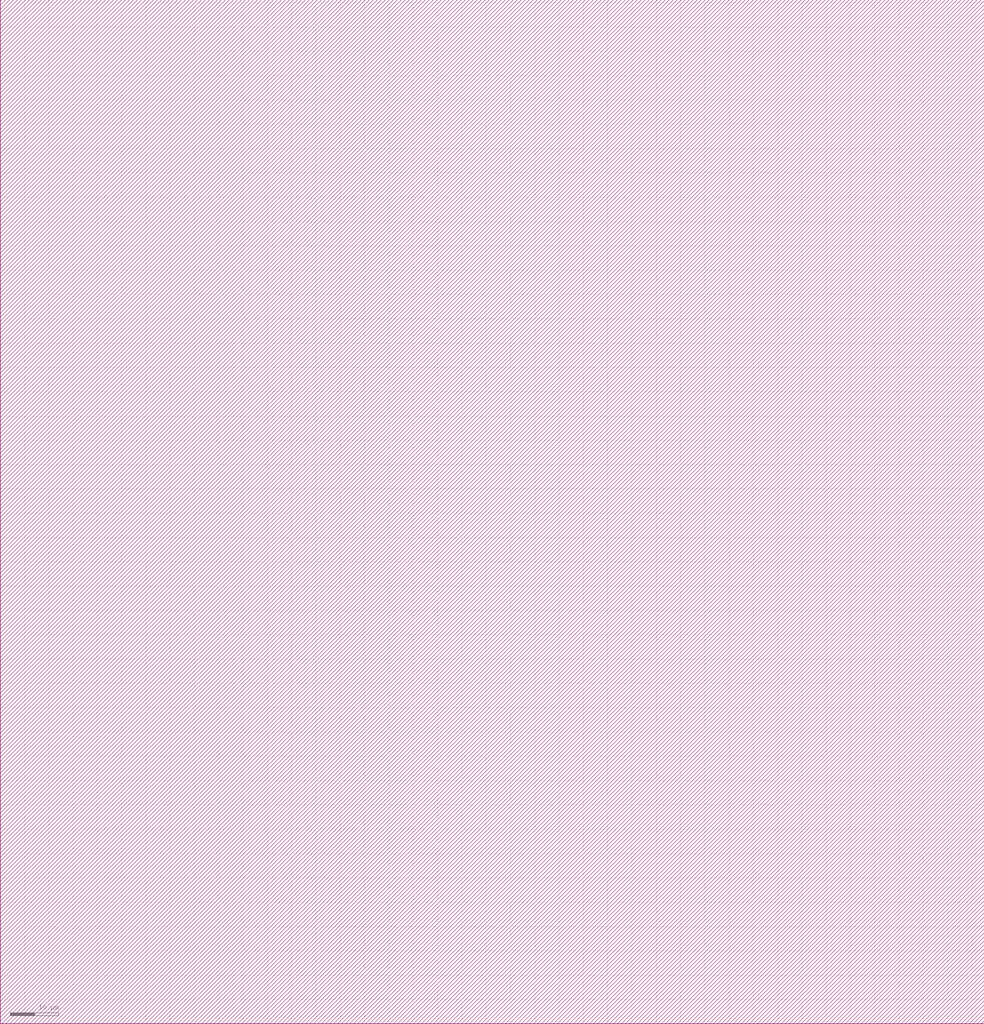
<source format=lef>
VERSION 5.6 ;

BUSBITCHARS "[]" ;

DIVIDERCHAR "/" ;

UNITS
    DATABASE MICRONS 1000 ;
END UNITS

MANUFACTURINGGRID 0.005000 ; 

CLEARANCEMEASURE EUCLIDEAN ; 

USEMINSPACING OBS ON ; 

SITE CoreSite
    CLASS CORE ;
    SIZE 0.540000 BY 0.900000 ;
END CoreSite

LAYER m1
   TYPE ROUTING ;
   DIRECTION VERTICAL ;
   MINWIDTH 0.270000 ;
   WIDTH 0.270000 ;
   SPACINGTABLE
      PARALLELRUNLENGTH 0.0
      WIDTH 0.0 0.270000 ;
   PITCH 0.540000 0.540000 ;
END m1

LAYER v1
    TYPE CUT ;
    SPACING 0.270000 ;
    WIDTH 0.270000 ;
    ENCLOSURE ABOVE 0.090000 0.090000 ;
    ENCLOSURE BELOW 0.090000 0.090000 ;
END v1

LAYER m2
   TYPE ROUTING ;
   DIRECTION HORIZONTAL ;
   MINWIDTH 0.450000 ;
   WIDTH 0.450000 ;
   SPACINGTABLE
      PARALLELRUNLENGTH 0.0
      WIDTH 0.0 0.450000 ;
   PITCH 0.900000 0.900000 ;
END m2

LAYER v2
    TYPE CUT ;
    SPACING 0.270000 ;
    WIDTH 0.270000 ;
    ENCLOSURE ABOVE 0.090000 0.090000 ;
    ENCLOSURE BELOW 0.090000 0.090000 ;
END v2

LAYER m3
   TYPE ROUTING ;
   DIRECTION VERTICAL ;
   MINWIDTH 0.450000 ;
   WIDTH 0.450000 ;
   SPACINGTABLE
      PARALLELRUNLENGTH 0.0
      WIDTH 0.0 0.450000 ;
   PITCH 0.900000 0.900000 ;
END m3

LAYER v3
    TYPE CUT ;
    SPACING 0.270000 ;
    WIDTH 0.270000 ;
    ENCLOSURE ABOVE 0.090000 0.090000 ;
    ENCLOSURE BELOW 0.090000 0.090000 ;
END v3

LAYER m4
   TYPE ROUTING ;
   DIRECTION HORIZONTAL ;
   MINWIDTH 0.450000 ;
   WIDTH 0.450000 ;
   SPACINGTABLE
      PARALLELRUNLENGTH 0.0
      WIDTH 0.0 0.450000 ;
   PITCH 0.900000 0.900000 ;
END m4

LAYER v4
    TYPE CUT ;
    SPACING 0.270000 ;
    WIDTH 0.270000 ;
    ENCLOSURE ABOVE 0.090000 0.090000 ;
    ENCLOSURE BELOW 0.090000 0.090000 ;
END v4

LAYER m5
   TYPE ROUTING ;
   DIRECTION VERTICAL ;
   MINWIDTH 0.450000 ;
   WIDTH 0.450000 ;
   SPACINGTABLE
      PARALLELRUNLENGTH 0.0
      WIDTH 0.0 0.450000 ;
   PITCH 0.900000 0.900000 ;
END m5

LAYER v5
    TYPE CUT ;
    SPACING 0.270000 ;
    WIDTH 0.270000 ;
    ENCLOSURE ABOVE 0.090000 0.090000 ;
    ENCLOSURE BELOW 0.090000 0.090000 ;
END v5

LAYER m6
   TYPE ROUTING ;
   DIRECTION HORIZONTAL ;
   MINWIDTH 0.450000 ;
   WIDTH 0.450000 ;
   SPACINGTABLE
      PARALLELRUNLENGTH 0.0
      WIDTH 0.0 0.450000 ;
   PITCH 0.900000 0.900000 ;
END m6

LAYER OVERLAP
   TYPE OVERLAP ;
END OVERLAP

VIA v1_C DEFAULT
   LAYER m1 ;
     RECT -0.225000 -0.225000 0.225000 0.225000 ;
   LAYER v1 ;
     RECT -0.135000 -0.135000 0.135000 0.135000 ;
   LAYER m2 ;
     RECT -0.225000 -0.225000 0.225000 0.225000 ;
END v1_C

VIA v1_Ch
   LAYER m1 ;
     RECT -0.225000 -0.225000 0.225000 0.225000 ;
   LAYER v1 ;
     RECT -0.135000 -0.135000 0.135000 0.135000 ;
   LAYER m2 ;
     RECT -0.225000 -0.225000 0.225000 0.225000 ;
END v1_Ch

VIA v1_Cv
   LAYER m1 ;
     RECT -0.225000 -0.225000 0.225000 0.225000 ;
   LAYER v1 ;
     RECT -0.135000 -0.135000 0.135000 0.135000 ;
   LAYER m2 ;
     RECT -0.225000 -0.225000 0.225000 0.225000 ;
END v1_Cv

VIA v2_C DEFAULT
   LAYER m2 ;
     RECT -0.225000 -0.225000 0.225000 0.225000 ;
   LAYER v2 ;
     RECT -0.135000 -0.135000 0.135000 0.135000 ;
   LAYER m3 ;
     RECT -0.225000 -0.225000 0.225000 0.225000 ;
END v2_C

VIA v2_Ch
   LAYER m2 ;
     RECT -0.225000 -0.225000 0.225000 0.225000 ;
   LAYER v2 ;
     RECT -0.135000 -0.135000 0.135000 0.135000 ;
   LAYER m3 ;
     RECT -0.225000 -0.225000 0.225000 0.225000 ;
END v2_Ch

VIA v2_Cv
   LAYER m2 ;
     RECT -0.225000 -0.225000 0.225000 0.225000 ;
   LAYER v2 ;
     RECT -0.135000 -0.135000 0.135000 0.135000 ;
   LAYER m3 ;
     RECT -0.225000 -0.225000 0.225000 0.225000 ;
END v2_Cv

VIA v3_C DEFAULT
   LAYER m3 ;
     RECT -0.225000 -0.225000 0.225000 0.225000 ;
   LAYER v3 ;
     RECT -0.135000 -0.135000 0.135000 0.135000 ;
   LAYER m4 ;
     RECT -0.225000 -0.225000 0.225000 0.225000 ;
END v3_C

VIA v3_Ch
   LAYER m3 ;
     RECT -0.225000 -0.225000 0.225000 0.225000 ;
   LAYER v3 ;
     RECT -0.135000 -0.135000 0.135000 0.135000 ;
   LAYER m4 ;
     RECT -0.225000 -0.225000 0.225000 0.225000 ;
END v3_Ch

VIA v3_Cv
   LAYER m3 ;
     RECT -0.225000 -0.225000 0.225000 0.225000 ;
   LAYER v3 ;
     RECT -0.135000 -0.135000 0.135000 0.135000 ;
   LAYER m4 ;
     RECT -0.225000 -0.225000 0.225000 0.225000 ;
END v3_Cv

VIA v4_C DEFAULT
   LAYER m4 ;
     RECT -0.225000 -0.225000 0.225000 0.225000 ;
   LAYER v4 ;
     RECT -0.135000 -0.135000 0.135000 0.135000 ;
   LAYER m5 ;
     RECT -0.225000 -0.225000 0.225000 0.225000 ;
END v4_C

VIA v4_Ch
   LAYER m4 ;
     RECT -0.225000 -0.225000 0.225000 0.225000 ;
   LAYER v4 ;
     RECT -0.135000 -0.135000 0.135000 0.135000 ;
   LAYER m5 ;
     RECT -0.225000 -0.225000 0.225000 0.225000 ;
END v4_Ch

VIA v4_Cv
   LAYER m4 ;
     RECT -0.225000 -0.225000 0.225000 0.225000 ;
   LAYER v4 ;
     RECT -0.135000 -0.135000 0.135000 0.135000 ;
   LAYER m5 ;
     RECT -0.225000 -0.225000 0.225000 0.225000 ;
END v4_Cv

VIA v5_C DEFAULT
   LAYER m5 ;
     RECT -0.225000 -0.225000 0.225000 0.225000 ;
   LAYER v5 ;
     RECT -0.135000 -0.135000 0.135000 0.135000 ;
   LAYER m6 ;
     RECT -0.225000 -0.225000 0.225000 0.225000 ;
END v5_C

VIA v5_Ch
   LAYER m5 ;
     RECT -0.225000 -0.225000 0.225000 0.225000 ;
   LAYER v5 ;
     RECT -0.135000 -0.135000 0.135000 0.135000 ;
   LAYER m6 ;
     RECT -0.225000 -0.225000 0.225000 0.225000 ;
END v5_Ch

VIA v5_Cv
   LAYER m5 ;
     RECT -0.225000 -0.225000 0.225000 0.225000 ;
   LAYER v5 ;
     RECT -0.135000 -0.135000 0.135000 0.135000 ;
   LAYER m6 ;
     RECT -0.225000 -0.225000 0.225000 0.225000 ;
END v5_Cv

MACRO _0_0std_0_0cells_0_0NOR2X1
    CLASS CORE ;
    FOREIGN _0_0std_0_0cells_0_0NOR2X1 0.000000 0.000000 ;
    ORIGIN 0.000000 0.000000 ;
    SIZE 2.700000 BY 7.200000 ;
    SYMMETRY X Y ;
    SITE CoreSite ;
    PIN A
        DIRECTION INPUT ;
        USE SIGNAL ;
        PORT
        LAYER m1 ;
        RECT 1.080000 5.400000 1.350000 6.660000 ;
        RECT 1.080000 5.310000 1.440000 5.400000 ;
        RECT 1.080000 5.130000 1.170000 5.310000 ;
        RECT 1.080000 5.040000 1.440000 5.130000 ;
        RECT 1.170000 5.130000 1.350000 5.310000 ;
        RECT 1.350000 5.130000 1.440000 5.310000 ;
        END
        ANTENNAGATEAREA 0.324000 ;
    END A
    PIN B
        DIRECTION INPUT ;
        USE SIGNAL ;
        PORT
        LAYER m1 ;
        RECT 1.620000 6.120000 1.890000 6.660000 ;
        RECT 1.620000 6.030000 1.980000 6.120000 ;
        RECT 1.620000 5.850000 1.710000 6.030000 ;
        RECT 1.620000 5.760000 1.980000 5.850000 ;
        RECT 1.710000 5.850000 1.890000 6.030000 ;
        RECT 1.890000 5.850000 1.980000 6.030000 ;
        END
        ANTENNAGATEAREA 0.324000 ;
    END B
    PIN Y
        DIRECTION OUTPUT ;
        USE SIGNAL ;
        PORT
        LAYER m1 ;
        RECT 1.350000 3.060000 2.520000 3.420000 ;
        RECT 1.350000 1.710000 1.710000 3.060000 ;
        RECT 2.160000 3.780000 2.520000 4.770000 ;
        RECT 2.160000 3.600000 2.250000 3.780000 ;
        RECT 2.160000 3.420000 2.520000 3.600000 ;
        RECT 2.250000 4.770000 2.520000 6.660000 ;
        RECT 2.250000 3.600000 2.430000 3.780000 ;
        RECT 2.430000 3.600000 2.520000 3.780000 ;
        END
        ANTENNADIFFAREA 0.972000 ;
    END Y
    PIN Vdd
        DIRECTION INPUT ;
        USE POWER ;
        PORT
        LAYER m1 ;
        RECT 0.540000 4.770000 0.810000 6.660000 ;
        RECT 0.540000 4.680000 0.900000 4.770000 ;
        RECT 0.540000 4.500000 0.630000 4.680000 ;
        RECT 0.540000 4.410000 0.900000 4.500000 ;
        RECT 0.630000 4.500000 0.810000 4.680000 ;
        RECT 0.810000 4.500000 0.900000 4.680000 ;
        END
        ANTENNADIFFAREA 0.729000 ;
    END Vdd
    PIN GND
        DIRECTION INPUT ;
        USE GROUND ;
        PORT
        LAYER m1 ;
        RECT 0.630000 1.800000 0.990000 1.890000 ;
        RECT 0.630000 1.620000 0.720000 1.800000 ;
        RECT 0.630000 1.440000 0.990000 1.620000 ;
        RECT 0.630000 1.170000 2.430000 1.440000 ;
        RECT 0.720000 1.620000 0.900000 1.800000 ;
        RECT 0.900000 1.620000 0.990000 1.800000 ;
        RECT 2.070000 1.440000 2.430000 1.620000 ;
        RECT 2.160000 0.540000 2.430000 1.170000 ;
        RECT 2.070000 1.800000 2.430000 1.890000 ;
        RECT 2.070000 1.620000 2.160000 1.800000 ;
        RECT 2.160000 1.620000 2.340000 1.800000 ;
        RECT 2.340000 1.620000 2.430000 1.800000 ;
        END
        ANTENNADIFFAREA 0.486000 ;
    END GND
END _0_0std_0_0cells_0_0NOR2X1

MACRO welltap_svt
    CLASS CORE WELLTAP ;
    FOREIGN welltap_svt 0.000000 0.000000 ;
    ORIGIN 0.000000 0.000000 ;
    SIZE 1.620000 BY 2.700000 ;
    SYMMETRY X Y ;
    SITE CoreSite ;
    PIN Vdd
        DIRECTION INPUT ;
        USE POWER ;
        PORT
        LAYER m1 ;
        RECT 0.540000 1.530000 0.810000 1.710000 ;
        RECT 0.540000 1.350000 0.990000 1.530000 ;
        RECT 0.540000 1.170000 0.630000 1.350000 ;
        RECT 0.540000 1.080000 0.990000 1.170000 ;
        RECT 0.810000 1.170000 0.990000 1.350000 ;
        END
    END Vdd
    PIN GND
        DIRECTION INPUT ;
        USE GROUND ;
        PORT
        LAYER m1 ;
        RECT 0.540000 0.540000 0.990000 0.630000 ;
        RECT 0.540000 0.270000 0.630000 0.540000 ;
        RECT 0.540000 0.180000 0.990000 0.270000 ;
        RECT 0.900000 0.270000 0.990000 0.540000 ;
        END
    END GND
END welltap_svt

MACRO circuitppnp
   CLASS CORE ;
   FOREIGN circuitppnp 0.000000 0.000000 ;
   ORIGIN 0.000000 0.000000 ; 
   SIZE 202.500000 BY 210.600000 ; 
   SYMMETRY X Y ;
   SITE CoreSite ;
END circuitppnp

MACRO circuitwell
   CLASS CORE ;
   FOREIGN circuitwell 0.000000 0.000000 ;
   ORIGIN 0.000000 0.000000 ; 
   SIZE 202.500000 BY 210.600000 ; 
   SYMMETRY X Y ;
   SITE CoreSite ;
END circuitwell


</source>
